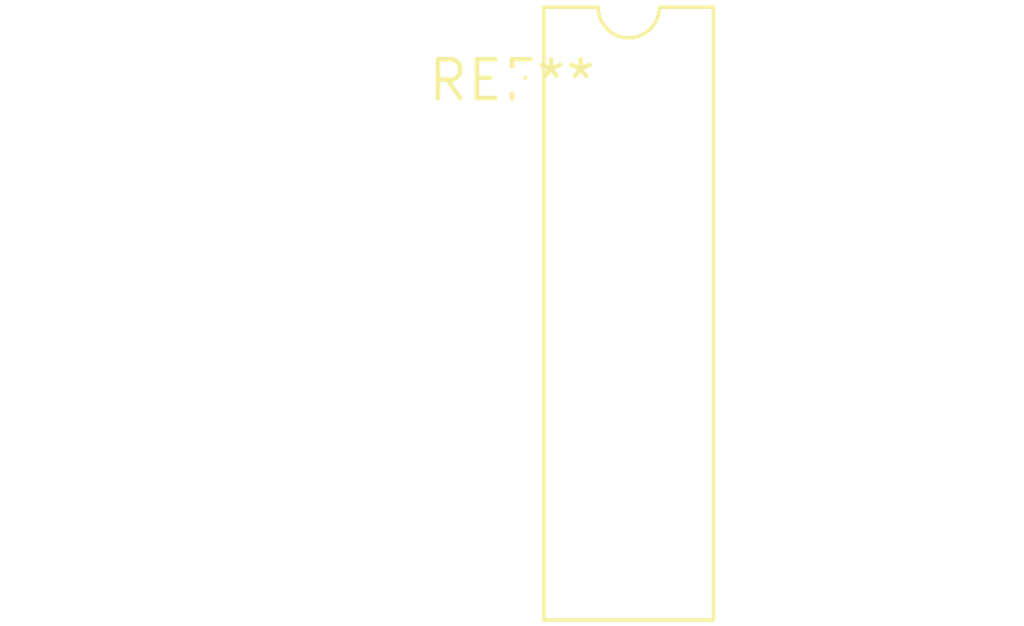
<source format=kicad_pcb>
(kicad_pcb (version 20240108) (generator pcbnew)
  (layers (0 "F.Cu" signal) (31 "B.Cu" signal) (34 "B.Paste" user) (35 "F.Paste" user) (36 "B.SilkS" user "B.Silkscreen") (37 "F.SilkS" user "F.Silkscreen") (38 "B.Mask" user) (39 "F.Mask" user) (44 "Edge.Cuts" user))
  (net 0 "")
  (footprint "Oscillator_SeikoEpson_SG-8002DB" (layer "F.Cu") (at 0 0)
    (property "Reference" "REF**")
    (property "Value" "Oscillator_SeikoEpson_SG-8002DB")
    (fp_line (start 1.04 -2.39) (end 1.04 17.63) (layer "F.SilkS") (stroke (width 0.12)))
    (fp_line (start 1.04 17.63) (end 6.58 17.63) (layer "F.SilkS") (stroke (width 0.12)))
    (fp_line (start 2.81 -2.39) (end 1.04 -2.39) (layer "F.SilkS") (stroke (width 0.12)))
    (fp_line (start 6.58 -2.39) (end 4.81 -2.39) (layer "F.SilkS") (stroke (width 0.12)))
    (fp_line (start 6.58 17.63) (end 6.58 -2.39) (layer "F.SilkS") (stroke (width 0.12)))
    (fp_arc (start 4.81 -2.39) (mid 3.81 -1.39) (end 2.81 -2.39) (layer "F.SilkS") (stroke (width 0.12)))
    (pad "1" thru_hole rect (at 0 0) (size 1.6 1.6) (drill 0.8) (layers *.Cu *.Mask) (remove_unused_layers))
    (pad "7" thru_hole oval (at 0 15.24) (size 1.6 1.6) (drill 0.8) (layers *.Cu *.Mask) (remove_unused_layers))
    (pad "8" thru_hole oval (at 7.62 15.24) (size 1.6 1.6) (drill 0.8) (layers *.Cu *.Mask) (remove_unused_layers))
    (pad "14" thru_hole oval (at 7.62 0) (size 1.6 1.6) (drill 0.8) (layers *.Cu *.Mask) (remove_unused_layers))
  )
)
</source>
